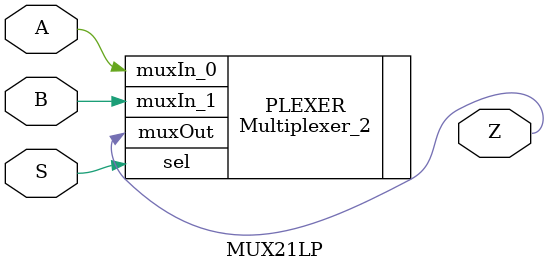
<source format=v>
/******************************************************************************
 **                                                                          **
 ** Component : MUX21LP                                                      **
 **                                                                          **
 *****************************************************************************/

module MUX21LP(
    input A, 
    input B, 
    input S, 
    output Z
);

   // 2-to-1 Multiplexer
   Multiplexer_2 PLEXER (
      .muxIn_0(A),
      .muxIn_1(B),
      .muxOut(Z),
      .sel(S)
   );

endmodule


</source>
